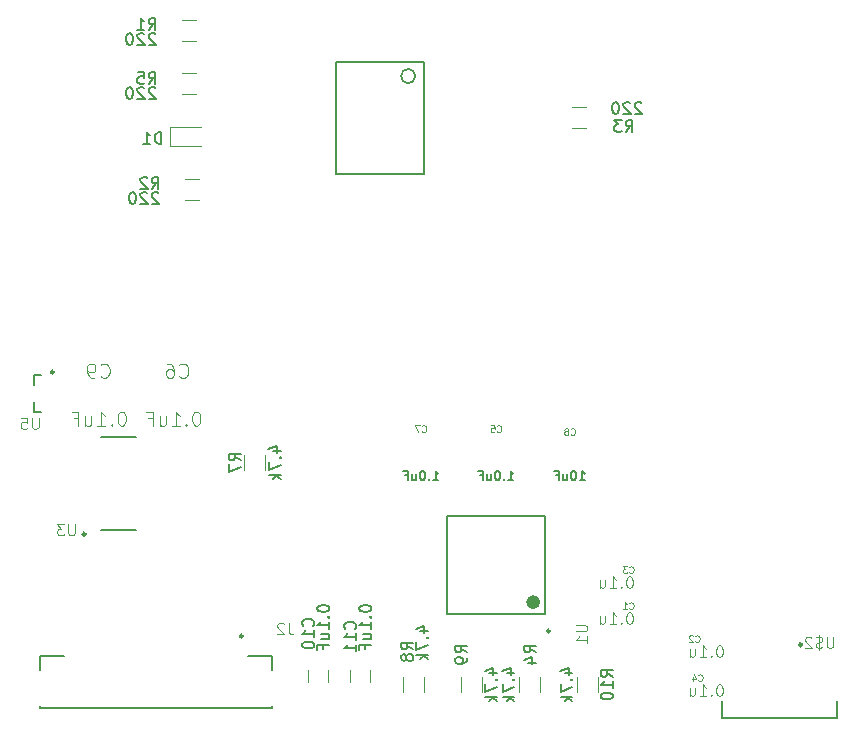
<source format=gbr>
G04 #@! TF.GenerationSoftware,KiCad,Pcbnew,(5.1.4-0-10_14)*
G04 #@! TF.CreationDate,2019-09-27T18:33:15+01:00*
G04 #@! TF.ProjectId,TopBreakout,546f7042-7265-4616-9b6f-75742e6b6963,rev?*
G04 #@! TF.SameCoordinates,Original*
G04 #@! TF.FileFunction,Legend,Bot*
G04 #@! TF.FilePolarity,Positive*
%FSLAX46Y46*%
G04 Gerber Fmt 4.6, Leading zero omitted, Abs format (unit mm)*
G04 Created by KiCad (PCBNEW (5.1.4-0-10_14)) date 2019-09-27 18:33:15*
%MOMM*%
%LPD*%
G04 APERTURE LIST*
%ADD10C,0.250000*%
%ADD11C,0.600000*%
%ADD12C,0.150000*%
%ADD13C,0.120000*%
%ADD14C,0.203200*%
%ADD15C,0.127000*%
%ADD16C,0.076000*%
%ADD17C,0.096520*%
%ADD18C,0.115824*%
%ADD19C,0.154432*%
%ADD20C,0.081280*%
G04 APERTURE END LIST*
D10*
X160379000Y-134416000D02*
G75*
G03X160379000Y-134416000I-125000J0D01*
G01*
D11*
X159254000Y-131966000D02*
G75*
G03X159254000Y-131966000I-300000J0D01*
G01*
D12*
X151654000Y-132966000D02*
X159954000Y-132966000D01*
X151654000Y-124666000D02*
X159954000Y-124666000D01*
X159954000Y-132966000D02*
X159954000Y-124666000D01*
X151654000Y-132966000D02*
X151654000Y-124666000D01*
D13*
X143422000Y-138758000D02*
X143422000Y-137758000D01*
X145122000Y-137758000D02*
X145122000Y-138758000D01*
X139866000Y-138758000D02*
X139866000Y-137758000D01*
X141566000Y-137758000D02*
X141566000Y-138758000D01*
X128194000Y-93352300D02*
X128194000Y-91752300D01*
X128194000Y-91752300D02*
X130794000Y-91752300D01*
X128194000Y-93352300D02*
X130794000Y-93352300D01*
D14*
X149733000Y-86233000D02*
X142240000Y-86233000D01*
X149733000Y-95758000D02*
X149733000Y-86233000D01*
X142240000Y-95758000D02*
X149733000Y-95758000D01*
X142240000Y-86233000D02*
X142240000Y-95758000D01*
D15*
X148965300Y-87426000D02*
G75*
G03X148965300Y-87426000I-599300J0D01*
G01*
D13*
X130394000Y-87196700D02*
X129194000Y-87196700D01*
X129194000Y-88956700D02*
X130394000Y-88956700D01*
X163414000Y-90052000D02*
X162214000Y-90052000D01*
X162214000Y-91812000D02*
X163414000Y-91812000D01*
X130648000Y-96148000D02*
X129448000Y-96148000D01*
X129448000Y-97908000D02*
X130648000Y-97908000D01*
X130394000Y-82686000D02*
X129194000Y-82686000D01*
X129194000Y-84446000D02*
X130394000Y-84446000D01*
X162696000Y-138338000D02*
X162696000Y-139538000D01*
X164456000Y-139538000D02*
X164456000Y-138338000D01*
X154635000Y-139538000D02*
X154635000Y-138338000D01*
X152875000Y-138338000D02*
X152875000Y-139538000D01*
X147964000Y-138338000D02*
X147964000Y-139538000D01*
X149724000Y-139538000D02*
X149724000Y-138338000D01*
X136262000Y-120742000D02*
X136262000Y-119542000D01*
X134502000Y-119542000D02*
X134502000Y-120742000D01*
X157785000Y-138338000D02*
X157785000Y-139538000D01*
X159545000Y-139538000D02*
X159545000Y-138338000D01*
D10*
X181714000Y-135569000D02*
G75*
G03X181714000Y-135569000I-125000J0D01*
G01*
D12*
X184639000Y-141744000D02*
X184639000Y-140369000D01*
X184639000Y-141744000D02*
X174959000Y-141744000D01*
X174959000Y-141744000D02*
X174959000Y-140369000D01*
D10*
X118373000Y-112500000D02*
G75*
G03X118373000Y-112500000I-125000J0D01*
G01*
D12*
X117248000Y-112750000D02*
X116648000Y-112750000D01*
X116648000Y-113600000D02*
X116648000Y-112750000D01*
X117248000Y-115850000D02*
X116648000Y-115850000D01*
X116648000Y-115850000D02*
X116648000Y-115000000D01*
D10*
X121050000Y-126220000D02*
G75*
G03X121050000Y-126220000I-125000J0D01*
G01*
D12*
X122325000Y-125870000D02*
X125325000Y-125870000D01*
X122325000Y-117970000D02*
X125325000Y-117970000D01*
D10*
X134375000Y-134843000D02*
G75*
G03X134375000Y-134843000I-125000J0D01*
G01*
D12*
X136800000Y-140943000D02*
X136800000Y-140743000D01*
X136800000Y-137743000D02*
X136800000Y-136543000D01*
X136800000Y-136543000D02*
X134800000Y-136543000D01*
X136800000Y-140943000D02*
X117200000Y-140943000D01*
X117200000Y-140943000D02*
X117200000Y-140743000D01*
X119200000Y-136543000D02*
X117200000Y-136543000D01*
X117200000Y-137743000D02*
X117200000Y-136543000D01*
D16*
X162580761Y-133912790D02*
X163349809Y-133912790D01*
X163440285Y-133958028D01*
X163485523Y-134003266D01*
X163530761Y-134093742D01*
X163530761Y-134274695D01*
X163485523Y-134365171D01*
X163440285Y-134410409D01*
X163349809Y-134455647D01*
X162580761Y-134455647D01*
X163530761Y-135405647D02*
X163530761Y-134862790D01*
X163530761Y-135134219D02*
X162580761Y-135134219D01*
X162716476Y-135043742D01*
X162806952Y-134953266D01*
X162852190Y-134862790D01*
D12*
X143867142Y-134231142D02*
X143914761Y-134183523D01*
X143962380Y-134040666D01*
X143962380Y-133945428D01*
X143914761Y-133802571D01*
X143819523Y-133707333D01*
X143724285Y-133659714D01*
X143533809Y-133612095D01*
X143390952Y-133612095D01*
X143200476Y-133659714D01*
X143105238Y-133707333D01*
X143010000Y-133802571D01*
X142962380Y-133945428D01*
X142962380Y-134040666D01*
X143010000Y-134183523D01*
X143057619Y-134231142D01*
X143962380Y-135183523D02*
X143962380Y-134612095D01*
X143962380Y-134897809D02*
X142962380Y-134897809D01*
X143105238Y-134802571D01*
X143200476Y-134707333D01*
X143248095Y-134612095D01*
X143962380Y-136135904D02*
X143962380Y-135564476D01*
X143962380Y-135850190D02*
X142962380Y-135850190D01*
X143105238Y-135754952D01*
X143200476Y-135659714D01*
X143248095Y-135564476D01*
X144232380Y-132469142D02*
X144232380Y-132564380D01*
X144280000Y-132659619D01*
X144327619Y-132707238D01*
X144422857Y-132754857D01*
X144613333Y-132802476D01*
X144851428Y-132802476D01*
X145041904Y-132754857D01*
X145137142Y-132707238D01*
X145184761Y-132659619D01*
X145232380Y-132564380D01*
X145232380Y-132469142D01*
X145184761Y-132373904D01*
X145137142Y-132326285D01*
X145041904Y-132278666D01*
X144851428Y-132231047D01*
X144613333Y-132231047D01*
X144422857Y-132278666D01*
X144327619Y-132326285D01*
X144280000Y-132373904D01*
X144232380Y-132469142D01*
X145137142Y-133231047D02*
X145184761Y-133278666D01*
X145232380Y-133231047D01*
X145184761Y-133183428D01*
X145137142Y-133231047D01*
X145232380Y-133231047D01*
X145232380Y-134231047D02*
X145232380Y-133659619D01*
X145232380Y-133945333D02*
X144232380Y-133945333D01*
X144375238Y-133850095D01*
X144470476Y-133754857D01*
X144518095Y-133659619D01*
X144565714Y-135088190D02*
X145232380Y-135088190D01*
X144565714Y-134659619D02*
X145089523Y-134659619D01*
X145184761Y-134707238D01*
X145232380Y-134802476D01*
X145232380Y-134945333D01*
X145184761Y-135040571D01*
X145137142Y-135088190D01*
X144708571Y-135897714D02*
X144708571Y-135564380D01*
X145232380Y-135564380D02*
X144232380Y-135564380D01*
X144232380Y-136040571D01*
X140311142Y-133977142D02*
X140358761Y-133929523D01*
X140406380Y-133786666D01*
X140406380Y-133691428D01*
X140358761Y-133548571D01*
X140263523Y-133453333D01*
X140168285Y-133405714D01*
X139977809Y-133358095D01*
X139834952Y-133358095D01*
X139644476Y-133405714D01*
X139549238Y-133453333D01*
X139454000Y-133548571D01*
X139406380Y-133691428D01*
X139406380Y-133786666D01*
X139454000Y-133929523D01*
X139501619Y-133977142D01*
X140406380Y-134929523D02*
X140406380Y-134358095D01*
X140406380Y-134643809D02*
X139406380Y-134643809D01*
X139549238Y-134548571D01*
X139644476Y-134453333D01*
X139692095Y-134358095D01*
X139406380Y-135548571D02*
X139406380Y-135643809D01*
X139454000Y-135739047D01*
X139501619Y-135786666D01*
X139596857Y-135834285D01*
X139787333Y-135881904D01*
X140025428Y-135881904D01*
X140215904Y-135834285D01*
X140311142Y-135786666D01*
X140358761Y-135739047D01*
X140406380Y-135643809D01*
X140406380Y-135548571D01*
X140358761Y-135453333D01*
X140311142Y-135405714D01*
X140215904Y-135358095D01*
X140025428Y-135310476D01*
X139787333Y-135310476D01*
X139596857Y-135358095D01*
X139501619Y-135405714D01*
X139454000Y-135453333D01*
X139406380Y-135548571D01*
X140676380Y-132469142D02*
X140676380Y-132564380D01*
X140724000Y-132659619D01*
X140771619Y-132707238D01*
X140866857Y-132754857D01*
X141057333Y-132802476D01*
X141295428Y-132802476D01*
X141485904Y-132754857D01*
X141581142Y-132707238D01*
X141628761Y-132659619D01*
X141676380Y-132564380D01*
X141676380Y-132469142D01*
X141628761Y-132373904D01*
X141581142Y-132326285D01*
X141485904Y-132278666D01*
X141295428Y-132231047D01*
X141057333Y-132231047D01*
X140866857Y-132278666D01*
X140771619Y-132326285D01*
X140724000Y-132373904D01*
X140676380Y-132469142D01*
X141581142Y-133231047D02*
X141628761Y-133278666D01*
X141676380Y-133231047D01*
X141628761Y-133183428D01*
X141581142Y-133231047D01*
X141676380Y-133231047D01*
X141676380Y-134231047D02*
X141676380Y-133659619D01*
X141676380Y-133945333D02*
X140676380Y-133945333D01*
X140819238Y-133850095D01*
X140914476Y-133754857D01*
X140962095Y-133659619D01*
X141009714Y-135088190D02*
X141676380Y-135088190D01*
X141009714Y-134659619D02*
X141533523Y-134659619D01*
X141628761Y-134707238D01*
X141676380Y-134802476D01*
X141676380Y-134945333D01*
X141628761Y-135040571D01*
X141581142Y-135088190D01*
X141152571Y-135897714D02*
X141152571Y-135564380D01*
X141676380Y-135564380D02*
X140676380Y-135564380D01*
X140676380Y-136040571D01*
X127484095Y-93162380D02*
X127484095Y-92162380D01*
X127246000Y-92162380D01*
X127103142Y-92210000D01*
X127007904Y-92305238D01*
X126960285Y-92400476D01*
X126912666Y-92590952D01*
X126912666Y-92733809D01*
X126960285Y-92924285D01*
X127007904Y-93019523D01*
X127103142Y-93114761D01*
X127246000Y-93162380D01*
X127484095Y-93162380D01*
X125960285Y-93162380D02*
X126531714Y-93162380D01*
X126246000Y-93162380D02*
X126246000Y-92162380D01*
X126341238Y-92305238D01*
X126436476Y-92400476D01*
X126531714Y-92448095D01*
X126404666Y-88082380D02*
X126738000Y-87606190D01*
X126976095Y-88082380D02*
X126976095Y-87082380D01*
X126595142Y-87082380D01*
X126499904Y-87130000D01*
X126452285Y-87177619D01*
X126404666Y-87272857D01*
X126404666Y-87415714D01*
X126452285Y-87510952D01*
X126499904Y-87558571D01*
X126595142Y-87606190D01*
X126976095Y-87606190D01*
X125499904Y-87082380D02*
X125976095Y-87082380D01*
X126023714Y-87558571D01*
X125976095Y-87510952D01*
X125880857Y-87463333D01*
X125642761Y-87463333D01*
X125547523Y-87510952D01*
X125499904Y-87558571D01*
X125452285Y-87653809D01*
X125452285Y-87891904D01*
X125499904Y-87987142D01*
X125547523Y-88034761D01*
X125642761Y-88082380D01*
X125880857Y-88082380D01*
X125976095Y-88034761D01*
X126023714Y-87987142D01*
X126968095Y-88447619D02*
X126920476Y-88400000D01*
X126825238Y-88352380D01*
X126587142Y-88352380D01*
X126491904Y-88400000D01*
X126444285Y-88447619D01*
X126396666Y-88542857D01*
X126396666Y-88638095D01*
X126444285Y-88780952D01*
X127015714Y-89352380D01*
X126396666Y-89352380D01*
X126015714Y-88447619D02*
X125968095Y-88400000D01*
X125872857Y-88352380D01*
X125634761Y-88352380D01*
X125539523Y-88400000D01*
X125491904Y-88447619D01*
X125444285Y-88542857D01*
X125444285Y-88638095D01*
X125491904Y-88780952D01*
X126063333Y-89352380D01*
X125444285Y-89352380D01*
X124825238Y-88352380D02*
X124730000Y-88352380D01*
X124634761Y-88400000D01*
X124587142Y-88447619D01*
X124539523Y-88542857D01*
X124491904Y-88733333D01*
X124491904Y-88971428D01*
X124539523Y-89161904D01*
X124587142Y-89257142D01*
X124634761Y-89304761D01*
X124730000Y-89352380D01*
X124825238Y-89352380D01*
X124920476Y-89304761D01*
X124968095Y-89257142D01*
X125015714Y-89161904D01*
X125063333Y-88971428D01*
X125063333Y-88733333D01*
X125015714Y-88542857D01*
X124968095Y-88447619D01*
X124920476Y-88400000D01*
X124825238Y-88352380D01*
X166790666Y-92146380D02*
X167124000Y-91670190D01*
X167362095Y-92146380D02*
X167362095Y-91146380D01*
X166981142Y-91146380D01*
X166885904Y-91194000D01*
X166838285Y-91241619D01*
X166790666Y-91336857D01*
X166790666Y-91479714D01*
X166838285Y-91574952D01*
X166885904Y-91622571D01*
X166981142Y-91670190D01*
X167362095Y-91670190D01*
X166457333Y-91146380D02*
X165838285Y-91146380D01*
X166171619Y-91527333D01*
X166028761Y-91527333D01*
X165933523Y-91574952D01*
X165885904Y-91622571D01*
X165838285Y-91717809D01*
X165838285Y-91955904D01*
X165885904Y-92051142D01*
X165933523Y-92098761D01*
X166028761Y-92146380D01*
X166314476Y-92146380D01*
X166409714Y-92098761D01*
X166457333Y-92051142D01*
X168116095Y-89717619D02*
X168068476Y-89670000D01*
X167973238Y-89622380D01*
X167735142Y-89622380D01*
X167639904Y-89670000D01*
X167592285Y-89717619D01*
X167544666Y-89812857D01*
X167544666Y-89908095D01*
X167592285Y-90050952D01*
X168163714Y-90622380D01*
X167544666Y-90622380D01*
X167163714Y-89717619D02*
X167116095Y-89670000D01*
X167020857Y-89622380D01*
X166782761Y-89622380D01*
X166687523Y-89670000D01*
X166639904Y-89717619D01*
X166592285Y-89812857D01*
X166592285Y-89908095D01*
X166639904Y-90050952D01*
X167211333Y-90622380D01*
X166592285Y-90622380D01*
X165973238Y-89622380D02*
X165878000Y-89622380D01*
X165782761Y-89670000D01*
X165735142Y-89717619D01*
X165687523Y-89812857D01*
X165639904Y-90003333D01*
X165639904Y-90241428D01*
X165687523Y-90431904D01*
X165735142Y-90527142D01*
X165782761Y-90574761D01*
X165878000Y-90622380D01*
X165973238Y-90622380D01*
X166068476Y-90574761D01*
X166116095Y-90527142D01*
X166163714Y-90431904D01*
X166211333Y-90241428D01*
X166211333Y-90003333D01*
X166163714Y-89812857D01*
X166116095Y-89717619D01*
X166068476Y-89670000D01*
X165973238Y-89622380D01*
X126658666Y-96972380D02*
X126992000Y-96496190D01*
X127230095Y-96972380D02*
X127230095Y-95972380D01*
X126849142Y-95972380D01*
X126753904Y-96020000D01*
X126706285Y-96067619D01*
X126658666Y-96162857D01*
X126658666Y-96305714D01*
X126706285Y-96400952D01*
X126753904Y-96448571D01*
X126849142Y-96496190D01*
X127230095Y-96496190D01*
X126277714Y-96067619D02*
X126230095Y-96020000D01*
X126134857Y-95972380D01*
X125896761Y-95972380D01*
X125801523Y-96020000D01*
X125753904Y-96067619D01*
X125706285Y-96162857D01*
X125706285Y-96258095D01*
X125753904Y-96400952D01*
X126325333Y-96972380D01*
X125706285Y-96972380D01*
X127222095Y-97337619D02*
X127174476Y-97290000D01*
X127079238Y-97242380D01*
X126841142Y-97242380D01*
X126745904Y-97290000D01*
X126698285Y-97337619D01*
X126650666Y-97432857D01*
X126650666Y-97528095D01*
X126698285Y-97670952D01*
X127269714Y-98242380D01*
X126650666Y-98242380D01*
X126269714Y-97337619D02*
X126222095Y-97290000D01*
X126126857Y-97242380D01*
X125888761Y-97242380D01*
X125793523Y-97290000D01*
X125745904Y-97337619D01*
X125698285Y-97432857D01*
X125698285Y-97528095D01*
X125745904Y-97670952D01*
X126317333Y-98242380D01*
X125698285Y-98242380D01*
X125079238Y-97242380D02*
X124984000Y-97242380D01*
X124888761Y-97290000D01*
X124841142Y-97337619D01*
X124793523Y-97432857D01*
X124745904Y-97623333D01*
X124745904Y-97861428D01*
X124793523Y-98051904D01*
X124841142Y-98147142D01*
X124888761Y-98194761D01*
X124984000Y-98242380D01*
X125079238Y-98242380D01*
X125174476Y-98194761D01*
X125222095Y-98147142D01*
X125269714Y-98051904D01*
X125317333Y-97861428D01*
X125317333Y-97623333D01*
X125269714Y-97432857D01*
X125222095Y-97337619D01*
X125174476Y-97290000D01*
X125079238Y-97242380D01*
X126404666Y-83510380D02*
X126738000Y-83034190D01*
X126976095Y-83510380D02*
X126976095Y-82510380D01*
X126595142Y-82510380D01*
X126499904Y-82558000D01*
X126452285Y-82605619D01*
X126404666Y-82700857D01*
X126404666Y-82843714D01*
X126452285Y-82938952D01*
X126499904Y-82986571D01*
X126595142Y-83034190D01*
X126976095Y-83034190D01*
X125452285Y-83510380D02*
X126023714Y-83510380D01*
X125738000Y-83510380D02*
X125738000Y-82510380D01*
X125833238Y-82653238D01*
X125928476Y-82748476D01*
X126023714Y-82796095D01*
X126968095Y-83875619D02*
X126920476Y-83828000D01*
X126825238Y-83780380D01*
X126587142Y-83780380D01*
X126491904Y-83828000D01*
X126444285Y-83875619D01*
X126396666Y-83970857D01*
X126396666Y-84066095D01*
X126444285Y-84208952D01*
X127015714Y-84780380D01*
X126396666Y-84780380D01*
X126015714Y-83875619D02*
X125968095Y-83828000D01*
X125872857Y-83780380D01*
X125634761Y-83780380D01*
X125539523Y-83828000D01*
X125491904Y-83875619D01*
X125444285Y-83970857D01*
X125444285Y-84066095D01*
X125491904Y-84208952D01*
X126063333Y-84780380D01*
X125444285Y-84780380D01*
X124825238Y-83780380D02*
X124730000Y-83780380D01*
X124634761Y-83828000D01*
X124587142Y-83875619D01*
X124539523Y-83970857D01*
X124491904Y-84161333D01*
X124491904Y-84399428D01*
X124539523Y-84589904D01*
X124587142Y-84685142D01*
X124634761Y-84732761D01*
X124730000Y-84780380D01*
X124825238Y-84780380D01*
X124920476Y-84732761D01*
X124968095Y-84685142D01*
X125015714Y-84589904D01*
X125063333Y-84399428D01*
X125063333Y-84161333D01*
X125015714Y-83970857D01*
X124968095Y-83875619D01*
X124920476Y-83828000D01*
X124825238Y-83780380D01*
X165678380Y-138295142D02*
X165202190Y-137961809D01*
X165678380Y-137723714D02*
X164678380Y-137723714D01*
X164678380Y-138104666D01*
X164726000Y-138199904D01*
X164773619Y-138247523D01*
X164868857Y-138295142D01*
X165011714Y-138295142D01*
X165106952Y-138247523D01*
X165154571Y-138199904D01*
X165202190Y-138104666D01*
X165202190Y-137723714D01*
X165678380Y-139247523D02*
X165678380Y-138676095D01*
X165678380Y-138961809D02*
X164678380Y-138961809D01*
X164821238Y-138866571D01*
X164916476Y-138771333D01*
X164964095Y-138676095D01*
X164678380Y-139866571D02*
X164678380Y-139961809D01*
X164726000Y-140057047D01*
X164773619Y-140104666D01*
X164868857Y-140152285D01*
X165059333Y-140199904D01*
X165297428Y-140199904D01*
X165487904Y-140152285D01*
X165583142Y-140104666D01*
X165630761Y-140057047D01*
X165678380Y-139961809D01*
X165678380Y-139866571D01*
X165630761Y-139771333D01*
X165583142Y-139723714D01*
X165487904Y-139676095D01*
X165297428Y-139628476D01*
X165059333Y-139628476D01*
X164868857Y-139676095D01*
X164773619Y-139723714D01*
X164726000Y-139771333D01*
X164678380Y-139866571D01*
X161611714Y-138009428D02*
X162278380Y-138009428D01*
X161230761Y-137771333D02*
X161945047Y-137533238D01*
X161945047Y-138152285D01*
X162183142Y-138533238D02*
X162230761Y-138580857D01*
X162278380Y-138533238D01*
X162230761Y-138485619D01*
X162183142Y-138533238D01*
X162278380Y-138533238D01*
X161278380Y-138914190D02*
X161278380Y-139580857D01*
X162278380Y-139152285D01*
X162278380Y-139961809D02*
X161278380Y-139961809D01*
X161897428Y-140057047D02*
X162278380Y-140342761D01*
X161611714Y-140342761D02*
X161992666Y-139961809D01*
X153360380Y-136231333D02*
X152884190Y-135898000D01*
X153360380Y-135659904D02*
X152360380Y-135659904D01*
X152360380Y-136040857D01*
X152408000Y-136136095D01*
X152455619Y-136183714D01*
X152550857Y-136231333D01*
X152693714Y-136231333D01*
X152788952Y-136183714D01*
X152836571Y-136136095D01*
X152884190Y-136040857D01*
X152884190Y-135659904D01*
X153360380Y-136707523D02*
X153360380Y-136898000D01*
X153312761Y-136993238D01*
X153265142Y-137040857D01*
X153122285Y-137136095D01*
X152931809Y-137183714D01*
X152550857Y-137183714D01*
X152455619Y-137136095D01*
X152408000Y-137088476D01*
X152360380Y-136993238D01*
X152360380Y-136802761D01*
X152408000Y-136707523D01*
X152455619Y-136659904D01*
X152550857Y-136612285D01*
X152788952Y-136612285D01*
X152884190Y-136659904D01*
X152931809Y-136707523D01*
X152979428Y-136802761D01*
X152979428Y-136993238D01*
X152931809Y-137088476D01*
X152884190Y-137136095D01*
X152788952Y-137183714D01*
X155233714Y-138009428D02*
X155900380Y-138009428D01*
X154852761Y-137771333D02*
X155567047Y-137533238D01*
X155567047Y-138152285D01*
X155805142Y-138533238D02*
X155852761Y-138580857D01*
X155900380Y-138533238D01*
X155852761Y-138485619D01*
X155805142Y-138533238D01*
X155900380Y-138533238D01*
X154900380Y-138914190D02*
X154900380Y-139580857D01*
X155900380Y-139152285D01*
X155900380Y-139961809D02*
X154900380Y-139961809D01*
X155519428Y-140057047D02*
X155900380Y-140342761D01*
X155233714Y-140342761D02*
X155614666Y-139961809D01*
X148788380Y-135977333D02*
X148312190Y-135644000D01*
X148788380Y-135405904D02*
X147788380Y-135405904D01*
X147788380Y-135786857D01*
X147836000Y-135882095D01*
X147883619Y-135929714D01*
X147978857Y-135977333D01*
X148121714Y-135977333D01*
X148216952Y-135929714D01*
X148264571Y-135882095D01*
X148312190Y-135786857D01*
X148312190Y-135405904D01*
X148216952Y-136548761D02*
X148169333Y-136453523D01*
X148121714Y-136405904D01*
X148026476Y-136358285D01*
X147978857Y-136358285D01*
X147883619Y-136405904D01*
X147836000Y-136453523D01*
X147788380Y-136548761D01*
X147788380Y-136739238D01*
X147836000Y-136834476D01*
X147883619Y-136882095D01*
X147978857Y-136929714D01*
X148026476Y-136929714D01*
X148121714Y-136882095D01*
X148169333Y-136834476D01*
X148216952Y-136739238D01*
X148216952Y-136548761D01*
X148264571Y-136453523D01*
X148312190Y-136405904D01*
X148407428Y-136358285D01*
X148597904Y-136358285D01*
X148693142Y-136405904D01*
X148740761Y-136453523D01*
X148788380Y-136548761D01*
X148788380Y-136739238D01*
X148740761Y-136834476D01*
X148693142Y-136882095D01*
X148597904Y-136929714D01*
X148407428Y-136929714D01*
X148312190Y-136882095D01*
X148264571Y-136834476D01*
X148216952Y-136739238D01*
X149391714Y-134453428D02*
X150058380Y-134453428D01*
X149010761Y-134215333D02*
X149725047Y-133977238D01*
X149725047Y-134596285D01*
X149963142Y-134977238D02*
X150010761Y-135024857D01*
X150058380Y-134977238D01*
X150010761Y-134929619D01*
X149963142Y-134977238D01*
X150058380Y-134977238D01*
X149058380Y-135358190D02*
X149058380Y-136024857D01*
X150058380Y-135596285D01*
X150058380Y-136405809D02*
X149058380Y-136405809D01*
X149677428Y-136501047D02*
X150058380Y-136786761D01*
X149391714Y-136786761D02*
X149772666Y-136405809D01*
X134184380Y-119975333D02*
X133708190Y-119642000D01*
X134184380Y-119403904D02*
X133184380Y-119403904D01*
X133184380Y-119784857D01*
X133232000Y-119880095D01*
X133279619Y-119927714D01*
X133374857Y-119975333D01*
X133517714Y-119975333D01*
X133612952Y-119927714D01*
X133660571Y-119880095D01*
X133708190Y-119784857D01*
X133708190Y-119403904D01*
X133184380Y-120308666D02*
X133184380Y-120975333D01*
X134184380Y-120546761D01*
X136917714Y-119213428D02*
X137584380Y-119213428D01*
X136536761Y-118975333D02*
X137251047Y-118737238D01*
X137251047Y-119356285D01*
X137489142Y-119737238D02*
X137536761Y-119784857D01*
X137584380Y-119737238D01*
X137536761Y-119689619D01*
X137489142Y-119737238D01*
X137584380Y-119737238D01*
X136584380Y-120118190D02*
X136584380Y-120784857D01*
X137584380Y-120356285D01*
X137584380Y-121165809D02*
X136584380Y-121165809D01*
X137203428Y-121261047D02*
X137584380Y-121546761D01*
X136917714Y-121546761D02*
X137298666Y-121165809D01*
X159202380Y-136231333D02*
X158726190Y-135898000D01*
X159202380Y-135659904D02*
X158202380Y-135659904D01*
X158202380Y-136040857D01*
X158250000Y-136136095D01*
X158297619Y-136183714D01*
X158392857Y-136231333D01*
X158535714Y-136231333D01*
X158630952Y-136183714D01*
X158678571Y-136136095D01*
X158726190Y-136040857D01*
X158726190Y-135659904D01*
X158535714Y-137088476D02*
X159202380Y-137088476D01*
X158154761Y-136850380D02*
X158869047Y-136612285D01*
X158869047Y-137231333D01*
X156700714Y-138009428D02*
X157367380Y-138009428D01*
X156319761Y-137771333D02*
X157034047Y-137533238D01*
X157034047Y-138152285D01*
X157272142Y-138533238D02*
X157319761Y-138580857D01*
X157367380Y-138533238D01*
X157319761Y-138485619D01*
X157272142Y-138533238D01*
X157367380Y-138533238D01*
X156367380Y-138914190D02*
X156367380Y-139580857D01*
X157367380Y-139152285D01*
X157367380Y-139961809D02*
X156367380Y-139961809D01*
X156986428Y-140057047D02*
X157367380Y-140342761D01*
X156700714Y-140342761D02*
X157081666Y-139961809D01*
D16*
X184363409Y-134898761D02*
X184363409Y-135667809D01*
X184318171Y-135758285D01*
X184272933Y-135803523D01*
X184182457Y-135848761D01*
X184001504Y-135848761D01*
X183911028Y-135803523D01*
X183865790Y-135758285D01*
X183820552Y-135667809D01*
X183820552Y-134898761D01*
X183413409Y-135803523D02*
X183277695Y-135848761D01*
X183051504Y-135848761D01*
X182961028Y-135803523D01*
X182915790Y-135758285D01*
X182870552Y-135667809D01*
X182870552Y-135577333D01*
X182915790Y-135486857D01*
X182961028Y-135441619D01*
X183051504Y-135396380D01*
X183232457Y-135351142D01*
X183322933Y-135305904D01*
X183368171Y-135260666D01*
X183413409Y-135170190D01*
X183413409Y-135079714D01*
X183368171Y-134989238D01*
X183322933Y-134944000D01*
X183232457Y-134898761D01*
X183006266Y-134898761D01*
X182870552Y-134944000D01*
X183141980Y-134763047D02*
X183141980Y-135984476D01*
X182508647Y-134989238D02*
X182463409Y-134944000D01*
X182372933Y-134898761D01*
X182146742Y-134898761D01*
X182056266Y-134944000D01*
X182011028Y-134989238D01*
X181965790Y-135079714D01*
X181965790Y-135170190D01*
X182011028Y-135305904D01*
X182553885Y-135848761D01*
X181965790Y-135848761D01*
X117072409Y-116352761D02*
X117072409Y-117121809D01*
X117027171Y-117212285D01*
X116981933Y-117257523D01*
X116891457Y-117302761D01*
X116710504Y-117302761D01*
X116620028Y-117257523D01*
X116574790Y-117212285D01*
X116529552Y-117121809D01*
X116529552Y-116352761D01*
X115624790Y-116352761D02*
X116077171Y-116352761D01*
X116122409Y-116805142D01*
X116077171Y-116759904D01*
X115986695Y-116714666D01*
X115760504Y-116714666D01*
X115670028Y-116759904D01*
X115624790Y-116805142D01*
X115579552Y-116895619D01*
X115579552Y-117121809D01*
X115624790Y-117212285D01*
X115670028Y-117257523D01*
X115760504Y-117302761D01*
X115986695Y-117302761D01*
X116077171Y-117257523D01*
X116122409Y-117212285D01*
X120148209Y-125374761D02*
X120148209Y-126143809D01*
X120102971Y-126234285D01*
X120057733Y-126279523D01*
X119967257Y-126324761D01*
X119786304Y-126324761D01*
X119695828Y-126279523D01*
X119650590Y-126234285D01*
X119605352Y-126143809D01*
X119605352Y-125374761D01*
X119243447Y-125374761D02*
X118655352Y-125374761D01*
X118972019Y-125736666D01*
X118836304Y-125736666D01*
X118745828Y-125781904D01*
X118700590Y-125827142D01*
X118655352Y-125917619D01*
X118655352Y-126143809D01*
X118700590Y-126234285D01*
X118745828Y-126279523D01*
X118836304Y-126324761D01*
X119107733Y-126324761D01*
X119198209Y-126279523D01*
X119243447Y-126234285D01*
X138252980Y-133722761D02*
X138252980Y-134401333D01*
X138298219Y-134537047D01*
X138388695Y-134627523D01*
X138524409Y-134672761D01*
X138614885Y-134672761D01*
X137845838Y-133813238D02*
X137800600Y-133768000D01*
X137710123Y-133722761D01*
X137483933Y-133722761D01*
X137393457Y-133768000D01*
X137348219Y-133813238D01*
X137302980Y-133903714D01*
X137302980Y-133994190D01*
X137348219Y-134129904D01*
X137891076Y-134672761D01*
X137302980Y-134672761D01*
D17*
X122345595Y-112857642D02*
X122403047Y-112915095D01*
X122575404Y-112972547D01*
X122690309Y-112972547D01*
X122862666Y-112915095D01*
X122977571Y-112800190D01*
X123035023Y-112685285D01*
X123092476Y-112455476D01*
X123092476Y-112283119D01*
X123035023Y-112053309D01*
X122977571Y-111938404D01*
X122862666Y-111823500D01*
X122690309Y-111766047D01*
X122575404Y-111766047D01*
X122403047Y-111823500D01*
X122345595Y-111880952D01*
X121771071Y-112972547D02*
X121541261Y-112972547D01*
X121426357Y-112915095D01*
X121368904Y-112857642D01*
X121253999Y-112685285D01*
X121196547Y-112455476D01*
X121196547Y-111995857D01*
X121253999Y-111880952D01*
X121311452Y-111823500D01*
X121426357Y-111766047D01*
X121656166Y-111766047D01*
X121771071Y-111823500D01*
X121828523Y-111880952D01*
X121885976Y-111995857D01*
X121885976Y-112283119D01*
X121828523Y-112398023D01*
X121771071Y-112455476D01*
X121656166Y-112512928D01*
X121426357Y-112512928D01*
X121311452Y-112455476D01*
X121253999Y-112398023D01*
X121196547Y-112283119D01*
X124178023Y-115830047D02*
X124063118Y-115830047D01*
X123948214Y-115887500D01*
X123890761Y-115944952D01*
X123833309Y-116059857D01*
X123775857Y-116289666D01*
X123775857Y-116576928D01*
X123833309Y-116806738D01*
X123890761Y-116921642D01*
X123948214Y-116979095D01*
X124063118Y-117036547D01*
X124178023Y-117036547D01*
X124292928Y-116979095D01*
X124350380Y-116921642D01*
X124407833Y-116806738D01*
X124465285Y-116576928D01*
X124465285Y-116289666D01*
X124407833Y-116059857D01*
X124350380Y-115944952D01*
X124292928Y-115887500D01*
X124178023Y-115830047D01*
X123258785Y-116921642D02*
X123201333Y-116979095D01*
X123258785Y-117036547D01*
X123316238Y-116979095D01*
X123258785Y-116921642D01*
X123258785Y-117036547D01*
X122052285Y-117036547D02*
X122741714Y-117036547D01*
X122396999Y-117036547D02*
X122396999Y-115830047D01*
X122511904Y-116002404D01*
X122626809Y-116117309D01*
X122741714Y-116174761D01*
X121018142Y-116232214D02*
X121018142Y-117036547D01*
X121535214Y-116232214D02*
X121535214Y-116864190D01*
X121477761Y-116979095D01*
X121362857Y-117036547D01*
X121190499Y-117036547D01*
X121075595Y-116979095D01*
X121018142Y-116921642D01*
X120041452Y-116404571D02*
X120443618Y-116404571D01*
X120443618Y-117036547D02*
X120443618Y-115830047D01*
X119869095Y-115830047D01*
D18*
X162148520Y-117773268D02*
X162176097Y-117800845D01*
X162258828Y-117828422D01*
X162313982Y-117828422D01*
X162396714Y-117800845D01*
X162451868Y-117745691D01*
X162479445Y-117690537D01*
X162507022Y-117580228D01*
X162507022Y-117497497D01*
X162479445Y-117387188D01*
X162451868Y-117332034D01*
X162396714Y-117276880D01*
X162313982Y-117249302D01*
X162258828Y-117249302D01*
X162176097Y-117276880D01*
X162148520Y-117304457D01*
X161817594Y-117497497D02*
X161872748Y-117469920D01*
X161900325Y-117442342D01*
X161927902Y-117387188D01*
X161927902Y-117359611D01*
X161900325Y-117304457D01*
X161872748Y-117276880D01*
X161817594Y-117249302D01*
X161707285Y-117249302D01*
X161652131Y-117276880D01*
X161624554Y-117304457D01*
X161596977Y-117359611D01*
X161596977Y-117387188D01*
X161624554Y-117442342D01*
X161652131Y-117469920D01*
X161707285Y-117497497D01*
X161817594Y-117497497D01*
X161872748Y-117525074D01*
X161900325Y-117552651D01*
X161927902Y-117607805D01*
X161927902Y-117718114D01*
X161900325Y-117773268D01*
X161872748Y-117800845D01*
X161817594Y-117828422D01*
X161707285Y-117828422D01*
X161652131Y-117800845D01*
X161624554Y-117773268D01*
X161596977Y-117718114D01*
X161596977Y-117607805D01*
X161624554Y-117552651D01*
X161652131Y-117525074D01*
X161707285Y-117497497D01*
D19*
X162879314Y-121639390D02*
X163320548Y-121639390D01*
X163099931Y-121639390D02*
X163099931Y-120867230D01*
X163173470Y-120977539D01*
X163247009Y-121051078D01*
X163320548Y-121087847D01*
X162401310Y-120867230D02*
X162327771Y-120867230D01*
X162254232Y-120904000D01*
X162217462Y-120940769D01*
X162180693Y-121014308D01*
X162143923Y-121161386D01*
X162143923Y-121345234D01*
X162180693Y-121492312D01*
X162217462Y-121565851D01*
X162254232Y-121602620D01*
X162327771Y-121639390D01*
X162401310Y-121639390D01*
X162474849Y-121602620D01*
X162511619Y-121565851D01*
X162548388Y-121492312D01*
X162585158Y-121345234D01*
X162585158Y-121161386D01*
X162548388Y-121014308D01*
X162511619Y-120940769D01*
X162474849Y-120904000D01*
X162401310Y-120867230D01*
X161482072Y-121124617D02*
X161482072Y-121639390D01*
X161812998Y-121124617D02*
X161812998Y-121529081D01*
X161776228Y-121602620D01*
X161702689Y-121639390D01*
X161592380Y-121639390D01*
X161518841Y-121602620D01*
X161482072Y-121565851D01*
X160856990Y-121234925D02*
X161114377Y-121234925D01*
X161114377Y-121639390D02*
X161114377Y-120867230D01*
X160746681Y-120867230D01*
D18*
X149550520Y-117519268D02*
X149578097Y-117546845D01*
X149660828Y-117574422D01*
X149715982Y-117574422D01*
X149798714Y-117546845D01*
X149853868Y-117491691D01*
X149881445Y-117436537D01*
X149909022Y-117326228D01*
X149909022Y-117243497D01*
X149881445Y-117133188D01*
X149853868Y-117078034D01*
X149798714Y-117022880D01*
X149715982Y-116995302D01*
X149660828Y-116995302D01*
X149578097Y-117022880D01*
X149550520Y-117050457D01*
X149357480Y-116995302D02*
X148971400Y-116995302D01*
X149219594Y-117574422D01*
D19*
X150465161Y-121639390D02*
X150906396Y-121639390D01*
X150685779Y-121639390D02*
X150685779Y-120867230D01*
X150759318Y-120977539D01*
X150832857Y-121051078D01*
X150906396Y-121087847D01*
X150134236Y-121565851D02*
X150097466Y-121602620D01*
X150134236Y-121639390D01*
X150171005Y-121602620D01*
X150134236Y-121565851D01*
X150134236Y-121639390D01*
X149619462Y-120867230D02*
X149545923Y-120867230D01*
X149472384Y-120904000D01*
X149435615Y-120940769D01*
X149398845Y-121014308D01*
X149362076Y-121161386D01*
X149362076Y-121345234D01*
X149398845Y-121492312D01*
X149435615Y-121565851D01*
X149472384Y-121602620D01*
X149545923Y-121639390D01*
X149619462Y-121639390D01*
X149693001Y-121602620D01*
X149729771Y-121565851D01*
X149766540Y-121492312D01*
X149803310Y-121345234D01*
X149803310Y-121161386D01*
X149766540Y-121014308D01*
X149729771Y-120940769D01*
X149693001Y-120904000D01*
X149619462Y-120867230D01*
X148700224Y-121124617D02*
X148700224Y-121639390D01*
X149031150Y-121124617D02*
X149031150Y-121529081D01*
X148994380Y-121602620D01*
X148920841Y-121639390D01*
X148810533Y-121639390D01*
X148736994Y-121602620D01*
X148700224Y-121565851D01*
X148075142Y-121234925D02*
X148332529Y-121234925D01*
X148332529Y-121639390D02*
X148332529Y-120867230D01*
X147964834Y-120867230D01*
D17*
X129008571Y-112857642D02*
X129066023Y-112915095D01*
X129238381Y-112972547D01*
X129353285Y-112972547D01*
X129525642Y-112915095D01*
X129640547Y-112800190D01*
X129698000Y-112685285D01*
X129755452Y-112455476D01*
X129755452Y-112283119D01*
X129698000Y-112053309D01*
X129640547Y-111938404D01*
X129525642Y-111823500D01*
X129353285Y-111766047D01*
X129238381Y-111766047D01*
X129066023Y-111823500D01*
X129008571Y-111880952D01*
X127974428Y-111766047D02*
X128204238Y-111766047D01*
X128319142Y-111823500D01*
X128376595Y-111880952D01*
X128491500Y-112053309D01*
X128548952Y-112283119D01*
X128548952Y-112742738D01*
X128491500Y-112857642D01*
X128434047Y-112915095D01*
X128319142Y-112972547D01*
X128089333Y-112972547D01*
X127974428Y-112915095D01*
X127916976Y-112857642D01*
X127859523Y-112742738D01*
X127859523Y-112455476D01*
X127916976Y-112340571D01*
X127974428Y-112283119D01*
X128089333Y-112225666D01*
X128319142Y-112225666D01*
X128434047Y-112283119D01*
X128491500Y-112340571D01*
X128548952Y-112455476D01*
X130484190Y-115830047D02*
X130369285Y-115830047D01*
X130254381Y-115887500D01*
X130196928Y-115944952D01*
X130139476Y-116059857D01*
X130082023Y-116289666D01*
X130082023Y-116576928D01*
X130139476Y-116806738D01*
X130196928Y-116921642D01*
X130254381Y-116979095D01*
X130369285Y-117036547D01*
X130484190Y-117036547D01*
X130599095Y-116979095D01*
X130656547Y-116921642D01*
X130714000Y-116806738D01*
X130771452Y-116576928D01*
X130771452Y-116289666D01*
X130714000Y-116059857D01*
X130656547Y-115944952D01*
X130599095Y-115887500D01*
X130484190Y-115830047D01*
X129564952Y-116921642D02*
X129507500Y-116979095D01*
X129564952Y-117036547D01*
X129622404Y-116979095D01*
X129564952Y-116921642D01*
X129564952Y-117036547D01*
X128358452Y-117036547D02*
X129047881Y-117036547D01*
X128703166Y-117036547D02*
X128703166Y-115830047D01*
X128818071Y-116002404D01*
X128932976Y-116117309D01*
X129047881Y-116174761D01*
X127324309Y-116232214D02*
X127324309Y-117036547D01*
X127841381Y-116232214D02*
X127841381Y-116864190D01*
X127783928Y-116979095D01*
X127669023Y-117036547D01*
X127496666Y-117036547D01*
X127381762Y-116979095D01*
X127324309Y-116921642D01*
X126347619Y-116404571D02*
X126749785Y-116404571D01*
X126749785Y-117036547D02*
X126749785Y-115830047D01*
X126175262Y-115830047D01*
D18*
X155900520Y-117519268D02*
X155928097Y-117546845D01*
X156010828Y-117574422D01*
X156065982Y-117574422D01*
X156148714Y-117546845D01*
X156203868Y-117491691D01*
X156231445Y-117436537D01*
X156259022Y-117326228D01*
X156259022Y-117243497D01*
X156231445Y-117133188D01*
X156203868Y-117078034D01*
X156148714Y-117022880D01*
X156065982Y-116995302D01*
X156010828Y-116995302D01*
X155928097Y-117022880D01*
X155900520Y-117050457D01*
X155376554Y-116995302D02*
X155652325Y-116995302D01*
X155679902Y-117271074D01*
X155652325Y-117243497D01*
X155597171Y-117215920D01*
X155459285Y-117215920D01*
X155404131Y-117243497D01*
X155376554Y-117271074D01*
X155348977Y-117326228D01*
X155348977Y-117464114D01*
X155376554Y-117519268D01*
X155404131Y-117546845D01*
X155459285Y-117574422D01*
X155597171Y-117574422D01*
X155652325Y-117546845D01*
X155679902Y-117519268D01*
D19*
X156815161Y-121639390D02*
X157256396Y-121639390D01*
X157035779Y-121639390D02*
X157035779Y-120867230D01*
X157109318Y-120977539D01*
X157182857Y-121051078D01*
X157256396Y-121087847D01*
X156484236Y-121565851D02*
X156447466Y-121602620D01*
X156484236Y-121639390D01*
X156521005Y-121602620D01*
X156484236Y-121565851D01*
X156484236Y-121639390D01*
X155969462Y-120867230D02*
X155895923Y-120867230D01*
X155822384Y-120904000D01*
X155785615Y-120940769D01*
X155748845Y-121014308D01*
X155712076Y-121161386D01*
X155712076Y-121345234D01*
X155748845Y-121492312D01*
X155785615Y-121565851D01*
X155822384Y-121602620D01*
X155895923Y-121639390D01*
X155969462Y-121639390D01*
X156043001Y-121602620D01*
X156079771Y-121565851D01*
X156116540Y-121492312D01*
X156153310Y-121345234D01*
X156153310Y-121161386D01*
X156116540Y-121014308D01*
X156079771Y-120940769D01*
X156043001Y-120904000D01*
X155969462Y-120867230D01*
X155050224Y-121124617D02*
X155050224Y-121639390D01*
X155381150Y-121124617D02*
X155381150Y-121529081D01*
X155344380Y-121602620D01*
X155270841Y-121639390D01*
X155160533Y-121639390D01*
X155086994Y-121602620D01*
X155050224Y-121565851D01*
X154425142Y-121234925D02*
X154682529Y-121234925D01*
X154682529Y-121639390D02*
X154682529Y-120867230D01*
X154314834Y-120867230D01*
D18*
X172949137Y-138601268D02*
X172976714Y-138628845D01*
X173059445Y-138656422D01*
X173114599Y-138656422D01*
X173197331Y-138628845D01*
X173252485Y-138573691D01*
X173280062Y-138518537D01*
X173307639Y-138408228D01*
X173307639Y-138325497D01*
X173280062Y-138215188D01*
X173252485Y-138160034D01*
X173197331Y-138104880D01*
X173114599Y-138077302D01*
X173059445Y-138077302D01*
X172976714Y-138104880D01*
X172949137Y-138132457D01*
X172452748Y-138270342D02*
X172452748Y-138656422D01*
X172590634Y-138049725D02*
X172728519Y-138463382D01*
X172370017Y-138463382D01*
D20*
X174768546Y-138942838D02*
X174676622Y-138942838D01*
X174584698Y-138988800D01*
X174538736Y-139034761D01*
X174492774Y-139126685D01*
X174446812Y-139310533D01*
X174446812Y-139540342D01*
X174492774Y-139724190D01*
X174538736Y-139816114D01*
X174584698Y-139862076D01*
X174676622Y-139908038D01*
X174768546Y-139908038D01*
X174860470Y-139862076D01*
X174906432Y-139816114D01*
X174952393Y-139724190D01*
X174998355Y-139540342D01*
X174998355Y-139310533D01*
X174952393Y-139126685D01*
X174906432Y-139034761D01*
X174860470Y-138988800D01*
X174768546Y-138942838D01*
X174033155Y-139816114D02*
X173987193Y-139862076D01*
X174033155Y-139908038D01*
X174079117Y-139862076D01*
X174033155Y-139816114D01*
X174033155Y-139908038D01*
X173067955Y-139908038D02*
X173619498Y-139908038D01*
X173343727Y-139908038D02*
X173343727Y-138942838D01*
X173435651Y-139080723D01*
X173527574Y-139172647D01*
X173619498Y-139218609D01*
X172240641Y-139264571D02*
X172240641Y-139908038D01*
X172654298Y-139264571D02*
X172654298Y-139770152D01*
X172608336Y-139862076D01*
X172516412Y-139908038D01*
X172378527Y-139908038D01*
X172286603Y-139862076D01*
X172240641Y-139816114D01*
D18*
X167107137Y-129457268D02*
X167134714Y-129484845D01*
X167217445Y-129512422D01*
X167272599Y-129512422D01*
X167355331Y-129484845D01*
X167410485Y-129429691D01*
X167438062Y-129374537D01*
X167465639Y-129264228D01*
X167465639Y-129181497D01*
X167438062Y-129071188D01*
X167410485Y-129016034D01*
X167355331Y-128960880D01*
X167272599Y-128933302D01*
X167217445Y-128933302D01*
X167134714Y-128960880D01*
X167107137Y-128988457D01*
X166914097Y-128933302D02*
X166555594Y-128933302D01*
X166748634Y-129153920D01*
X166665902Y-129153920D01*
X166610748Y-129181497D01*
X166583171Y-129209074D01*
X166555594Y-129264228D01*
X166555594Y-129402114D01*
X166583171Y-129457268D01*
X166610748Y-129484845D01*
X166665902Y-129512422D01*
X166831365Y-129512422D01*
X166886519Y-129484845D01*
X166914097Y-129457268D01*
D20*
X167148546Y-129798838D02*
X167056622Y-129798838D01*
X166964698Y-129844800D01*
X166918736Y-129890761D01*
X166872774Y-129982685D01*
X166826812Y-130166533D01*
X166826812Y-130396342D01*
X166872774Y-130580190D01*
X166918736Y-130672114D01*
X166964698Y-130718076D01*
X167056622Y-130764038D01*
X167148546Y-130764038D01*
X167240470Y-130718076D01*
X167286432Y-130672114D01*
X167332393Y-130580190D01*
X167378355Y-130396342D01*
X167378355Y-130166533D01*
X167332393Y-129982685D01*
X167286432Y-129890761D01*
X167240470Y-129844800D01*
X167148546Y-129798838D01*
X166413155Y-130672114D02*
X166367193Y-130718076D01*
X166413155Y-130764038D01*
X166459117Y-130718076D01*
X166413155Y-130672114D01*
X166413155Y-130764038D01*
X165447955Y-130764038D02*
X165999498Y-130764038D01*
X165723727Y-130764038D02*
X165723727Y-129798838D01*
X165815651Y-129936723D01*
X165907574Y-130028647D01*
X165999498Y-130074609D01*
X164620641Y-130120571D02*
X164620641Y-130764038D01*
X165034298Y-130120571D02*
X165034298Y-130626152D01*
X164988336Y-130718076D01*
X164896412Y-130764038D01*
X164758527Y-130764038D01*
X164666603Y-130718076D01*
X164620641Y-130672114D01*
D18*
X172695137Y-135299268D02*
X172722714Y-135326845D01*
X172805445Y-135354422D01*
X172860599Y-135354422D01*
X172943331Y-135326845D01*
X172998485Y-135271691D01*
X173026062Y-135216537D01*
X173053639Y-135106228D01*
X173053639Y-135023497D01*
X173026062Y-134913188D01*
X172998485Y-134858034D01*
X172943331Y-134802880D01*
X172860599Y-134775302D01*
X172805445Y-134775302D01*
X172722714Y-134802880D01*
X172695137Y-134830457D01*
X172474519Y-134830457D02*
X172446942Y-134802880D01*
X172391788Y-134775302D01*
X172253902Y-134775302D01*
X172198748Y-134802880D01*
X172171171Y-134830457D01*
X172143594Y-134885611D01*
X172143594Y-134940765D01*
X172171171Y-135023497D01*
X172502097Y-135354422D01*
X172143594Y-135354422D01*
D20*
X174768546Y-135640838D02*
X174676622Y-135640838D01*
X174584698Y-135686800D01*
X174538736Y-135732761D01*
X174492774Y-135824685D01*
X174446812Y-136008533D01*
X174446812Y-136238342D01*
X174492774Y-136422190D01*
X174538736Y-136514114D01*
X174584698Y-136560076D01*
X174676622Y-136606038D01*
X174768546Y-136606038D01*
X174860470Y-136560076D01*
X174906432Y-136514114D01*
X174952393Y-136422190D01*
X174998355Y-136238342D01*
X174998355Y-136008533D01*
X174952393Y-135824685D01*
X174906432Y-135732761D01*
X174860470Y-135686800D01*
X174768546Y-135640838D01*
X174033155Y-136514114D02*
X173987193Y-136560076D01*
X174033155Y-136606038D01*
X174079117Y-136560076D01*
X174033155Y-136514114D01*
X174033155Y-136606038D01*
X173067955Y-136606038D02*
X173619498Y-136606038D01*
X173343727Y-136606038D02*
X173343727Y-135640838D01*
X173435651Y-135778723D01*
X173527574Y-135870647D01*
X173619498Y-135916609D01*
X172240641Y-135962571D02*
X172240641Y-136606038D01*
X172654298Y-135962571D02*
X172654298Y-136468152D01*
X172608336Y-136560076D01*
X172516412Y-136606038D01*
X172378527Y-136606038D01*
X172286603Y-136560076D01*
X172240641Y-136514114D01*
D18*
X167107137Y-132505268D02*
X167134714Y-132532845D01*
X167217445Y-132560422D01*
X167272599Y-132560422D01*
X167355331Y-132532845D01*
X167410485Y-132477691D01*
X167438062Y-132422537D01*
X167465639Y-132312228D01*
X167465639Y-132229497D01*
X167438062Y-132119188D01*
X167410485Y-132064034D01*
X167355331Y-132008880D01*
X167272599Y-131981302D01*
X167217445Y-131981302D01*
X167134714Y-132008880D01*
X167107137Y-132036457D01*
X166555594Y-132560422D02*
X166886519Y-132560422D01*
X166721057Y-132560422D02*
X166721057Y-131981302D01*
X166776211Y-132064034D01*
X166831365Y-132119188D01*
X166886519Y-132146765D01*
D20*
X167148546Y-132846838D02*
X167056622Y-132846838D01*
X166964698Y-132892800D01*
X166918736Y-132938761D01*
X166872774Y-133030685D01*
X166826812Y-133214533D01*
X166826812Y-133444342D01*
X166872774Y-133628190D01*
X166918736Y-133720114D01*
X166964698Y-133766076D01*
X167056622Y-133812038D01*
X167148546Y-133812038D01*
X167240470Y-133766076D01*
X167286432Y-133720114D01*
X167332393Y-133628190D01*
X167378355Y-133444342D01*
X167378355Y-133214533D01*
X167332393Y-133030685D01*
X167286432Y-132938761D01*
X167240470Y-132892800D01*
X167148546Y-132846838D01*
X166413155Y-133720114D02*
X166367193Y-133766076D01*
X166413155Y-133812038D01*
X166459117Y-133766076D01*
X166413155Y-133720114D01*
X166413155Y-133812038D01*
X165447955Y-133812038D02*
X165999498Y-133812038D01*
X165723727Y-133812038D02*
X165723727Y-132846838D01*
X165815651Y-132984723D01*
X165907574Y-133076647D01*
X165999498Y-133122609D01*
X164620641Y-133168571D02*
X164620641Y-133812038D01*
X165034298Y-133168571D02*
X165034298Y-133674152D01*
X164988336Y-133766076D01*
X164896412Y-133812038D01*
X164758527Y-133812038D01*
X164666603Y-133766076D01*
X164620641Y-133720114D01*
M02*

</source>
